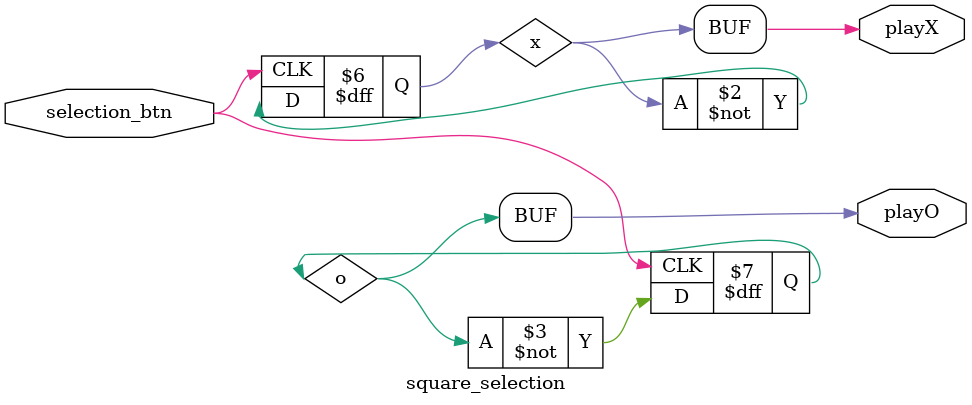
<source format=sv>
module square_selection(
	input selection_btn,
	output playX, playO
	);
	logic x = 1'b1;
	logic o = 1'b0;
	assign playX = x;
	assign playO = o;
	always@(posedge selection_btn)
	begin
		x <= ~x;
		o <= ~o;
	end
endmodule 
</source>
